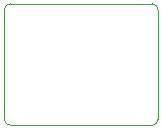
<source format=gm1>
%TF.GenerationSoftware,KiCad,Pcbnew,(6.0.9)*%
%TF.CreationDate,2023-02-03T12:08:02+01:00*%
%TF.ProjectId,OuterUSB,4f757465-7255-4534-922e-6b696361645f,rev?*%
%TF.SameCoordinates,Original*%
%TF.FileFunction,Profile,NP*%
%FSLAX46Y46*%
G04 Gerber Fmt 4.6, Leading zero omitted, Abs format (unit mm)*
G04 Created by KiCad (PCBNEW (6.0.9)) date 2023-02-03 12:08:02*
%MOMM*%
%LPD*%
G01*
G04 APERTURE LIST*
%TA.AperFunction,Profile*%
%ADD10C,0.100000*%
%TD*%
G04 APERTURE END LIST*
D10*
X143500000Y-104800000D02*
G75*
G03*
X144000000Y-105300000I500000J0D01*
G01*
X156000000Y-105300000D02*
X144000000Y-105300000D01*
X156000000Y-105300000D02*
G75*
G03*
X156500000Y-104800000I0J500000D01*
G01*
X156500000Y-104800000D02*
X156500000Y-95500000D01*
X143500000Y-104800000D02*
X143500000Y-95500000D01*
X144000000Y-95000000D02*
G75*
G03*
X143500000Y-95500000I0J-500000D01*
G01*
X156500000Y-95500000D02*
G75*
G03*
X156000000Y-95000000I-500000J0D01*
G01*
X156000000Y-95000000D02*
X144000000Y-95000000D01*
M02*

</source>
